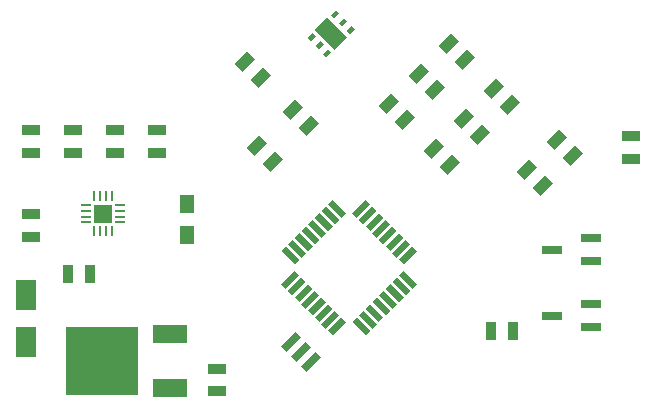
<source format=gtp>
G04 #@! TF.FileFunction,Paste,Top*
%FSLAX46Y46*%
G04 Gerber Fmt 4.6, Leading zero omitted, Abs format (unit mm)*
G04 Created by KiCad (PCBNEW 4.0.7+dfsg1-1~bpo9+1) date Thu Mar 15 23:06:16 2018*
%MOMM*%
%LPD*%
G01*
G04 APERTURE LIST*
%ADD10C,0.100000*%
%ADD11R,1.500000X0.970000*%
%ADD12R,0.970000X1.500000*%
%ADD13R,1.800000X0.800000*%
%ADD14R,1.200000X1.500000*%
%ADD15R,3.000000X1.600000*%
%ADD16R,6.200000X5.800000*%
%ADD17R,0.850000X0.280000*%
%ADD18R,0.280000X0.850000*%
%ADD19R,1.650000X1.650000*%
%ADD20R,1.800000X2.500000*%
G04 APERTURE END LIST*
D10*
D11*
X164592000Y-47813000D03*
X164592000Y-49723000D03*
X120904000Y-49215000D03*
X120904000Y-47305000D03*
X113792000Y-54417000D03*
X113792000Y-56327000D03*
X113792000Y-49215000D03*
X113792000Y-47305000D03*
X117348000Y-49215000D03*
X117348000Y-47305000D03*
D12*
X118811000Y-59436000D03*
X116901000Y-59436000D03*
D10*
G36*
X150138564Y-50017904D02*
X149077904Y-51078564D01*
X148392010Y-50392670D01*
X149452670Y-49332010D01*
X150138564Y-50017904D01*
X150138564Y-50017904D01*
G37*
G36*
X148787990Y-48667330D02*
X147727330Y-49727990D01*
X147041436Y-49042096D01*
X148102096Y-47981436D01*
X148787990Y-48667330D01*
X148787990Y-48667330D01*
G37*
G36*
X145771436Y-42692096D02*
X146832096Y-41631436D01*
X147517990Y-42317330D01*
X146457330Y-43377990D01*
X145771436Y-42692096D01*
X145771436Y-42692096D01*
G37*
G36*
X147122010Y-44042670D02*
X148182670Y-42982010D01*
X148868564Y-43667904D01*
X147807904Y-44728564D01*
X147122010Y-44042670D01*
X147122010Y-44042670D01*
G37*
G36*
X134136564Y-42651904D02*
X133075904Y-43712564D01*
X132390010Y-43026670D01*
X133450670Y-41966010D01*
X134136564Y-42651904D01*
X134136564Y-42651904D01*
G37*
G36*
X132785990Y-41301330D02*
X131725330Y-42361990D01*
X131039436Y-41676096D01*
X132100096Y-40615436D01*
X132785990Y-41301330D01*
X132785990Y-41301330D01*
G37*
D13*
X161162000Y-58354000D03*
X161162000Y-56454000D03*
X157862000Y-57404000D03*
X161162000Y-63942000D03*
X161162000Y-62042000D03*
X157862000Y-62992000D03*
D14*
X127000000Y-53514000D03*
X127000000Y-56214000D03*
D15*
X125516000Y-69112400D03*
X125516000Y-64542400D03*
D16*
X119836000Y-66827400D03*
D10*
G36*
X157455436Y-48280096D02*
X158516096Y-47219436D01*
X159201990Y-47905330D01*
X158141330Y-48965990D01*
X157455436Y-48280096D01*
X157455436Y-48280096D01*
G37*
G36*
X158806010Y-49630670D02*
X159866670Y-48570010D01*
X160552564Y-49255904D01*
X159491904Y-50316564D01*
X158806010Y-49630670D01*
X158806010Y-49630670D01*
G37*
G36*
X135103436Y-45740096D02*
X136164096Y-44679436D01*
X136849990Y-45365330D01*
X135789330Y-46425990D01*
X135103436Y-45740096D01*
X135103436Y-45740096D01*
G37*
G36*
X136454010Y-47090670D02*
X137514670Y-46030010D01*
X138200564Y-46715904D01*
X137139904Y-47776564D01*
X136454010Y-47090670D01*
X136454010Y-47090670D01*
G37*
D12*
X152715000Y-64262000D03*
X154625000Y-64262000D03*
D11*
X129540000Y-69408000D03*
X129540000Y-67498000D03*
X124460000Y-47305000D03*
X124460000Y-49215000D03*
D10*
G36*
X155218564Y-44937904D02*
X154157904Y-45998564D01*
X153472010Y-45312670D01*
X154532670Y-44252010D01*
X155218564Y-44937904D01*
X155218564Y-44937904D01*
G37*
G36*
X153867990Y-43587330D02*
X152807330Y-44647990D01*
X152121436Y-43962096D01*
X153182096Y-42901436D01*
X153867990Y-43587330D01*
X153867990Y-43587330D01*
G37*
G36*
X151408564Y-41127904D02*
X150347904Y-42188564D01*
X149662010Y-41502670D01*
X150722670Y-40442010D01*
X151408564Y-41127904D01*
X151408564Y-41127904D01*
G37*
G36*
X150057990Y-39777330D02*
X148997330Y-40837990D01*
X148311436Y-40152096D01*
X149372096Y-39091436D01*
X150057990Y-39777330D01*
X150057990Y-39777330D01*
G37*
G36*
X152678564Y-47477904D02*
X151617904Y-48538564D01*
X150932010Y-47852670D01*
X151992670Y-46792010D01*
X152678564Y-47477904D01*
X152678564Y-47477904D01*
G37*
G36*
X151327990Y-46127330D02*
X150267330Y-47187990D01*
X149581436Y-46502096D01*
X150642096Y-45441436D01*
X151327990Y-46127330D01*
X151327990Y-46127330D01*
G37*
G36*
X143231436Y-45232096D02*
X144292096Y-44171436D01*
X144977990Y-44857330D01*
X143917330Y-45917990D01*
X143231436Y-45232096D01*
X143231436Y-45232096D01*
G37*
G36*
X144582010Y-46582670D02*
X145642670Y-45522010D01*
X146328564Y-46207904D01*
X145267904Y-47268564D01*
X144582010Y-46582670D01*
X144582010Y-46582670D01*
G37*
G36*
X132055436Y-48788096D02*
X133116096Y-47727436D01*
X133801990Y-48413330D01*
X132741330Y-49473990D01*
X132055436Y-48788096D01*
X132055436Y-48788096D01*
G37*
G36*
X133406010Y-50138670D02*
X134466670Y-49078010D01*
X135152564Y-49763904D01*
X134091904Y-50824564D01*
X133406010Y-50138670D01*
X133406010Y-50138670D01*
G37*
G36*
X135359666Y-60713445D02*
X134970757Y-60324536D01*
X136102128Y-59193165D01*
X136491037Y-59582074D01*
X135359666Y-60713445D01*
X135359666Y-60713445D01*
G37*
G36*
X135925352Y-61279130D02*
X135536443Y-60890221D01*
X136667814Y-59758850D01*
X137056723Y-60147759D01*
X135925352Y-61279130D01*
X135925352Y-61279130D01*
G37*
G36*
X136491037Y-61844816D02*
X136102128Y-61455907D01*
X137233499Y-60324536D01*
X137622408Y-60713445D01*
X136491037Y-61844816D01*
X136491037Y-61844816D01*
G37*
G36*
X137056722Y-62410501D02*
X136667813Y-62021592D01*
X137799184Y-60890221D01*
X138188093Y-61279130D01*
X137056722Y-62410501D01*
X137056722Y-62410501D01*
G37*
G36*
X137622408Y-62976187D02*
X137233499Y-62587278D01*
X138364870Y-61455907D01*
X138753779Y-61844816D01*
X137622408Y-62976187D01*
X137622408Y-62976187D01*
G37*
G36*
X138188093Y-63541872D02*
X137799184Y-63152963D01*
X138930555Y-62021592D01*
X139319464Y-62410501D01*
X138188093Y-63541872D01*
X138188093Y-63541872D01*
G37*
G36*
X138753779Y-64107557D02*
X138364870Y-63718648D01*
X139496241Y-62587277D01*
X139885150Y-62976186D01*
X138753779Y-64107557D01*
X138753779Y-64107557D01*
G37*
G36*
X139319464Y-64673243D02*
X138930555Y-64284334D01*
X140061926Y-63152963D01*
X140450835Y-63541872D01*
X139319464Y-64673243D01*
X139319464Y-64673243D01*
G37*
G36*
X142501445Y-64284334D02*
X142112536Y-64673243D01*
X140981165Y-63541872D01*
X141370074Y-63152963D01*
X142501445Y-64284334D01*
X142501445Y-64284334D01*
G37*
G36*
X143067130Y-63718648D02*
X142678221Y-64107557D01*
X141546850Y-62976186D01*
X141935759Y-62587277D01*
X143067130Y-63718648D01*
X143067130Y-63718648D01*
G37*
G36*
X143632816Y-63152963D02*
X143243907Y-63541872D01*
X142112536Y-62410501D01*
X142501445Y-62021592D01*
X143632816Y-63152963D01*
X143632816Y-63152963D01*
G37*
G36*
X144198501Y-62587278D02*
X143809592Y-62976187D01*
X142678221Y-61844816D01*
X143067130Y-61455907D01*
X144198501Y-62587278D01*
X144198501Y-62587278D01*
G37*
G36*
X144764187Y-62021592D02*
X144375278Y-62410501D01*
X143243907Y-61279130D01*
X143632816Y-60890221D01*
X144764187Y-62021592D01*
X144764187Y-62021592D01*
G37*
G36*
X145329872Y-61455907D02*
X144940963Y-61844816D01*
X143809592Y-60713445D01*
X144198501Y-60324536D01*
X145329872Y-61455907D01*
X145329872Y-61455907D01*
G37*
G36*
X145895557Y-60890221D02*
X145506648Y-61279130D01*
X144375277Y-60147759D01*
X144764186Y-59758850D01*
X145895557Y-60890221D01*
X145895557Y-60890221D01*
G37*
G36*
X146461243Y-60324536D02*
X146072334Y-60713445D01*
X144940963Y-59582074D01*
X145329872Y-59193165D01*
X146461243Y-60324536D01*
X146461243Y-60324536D01*
G37*
G36*
X145329872Y-58662835D02*
X144940963Y-58273926D01*
X146072334Y-57142555D01*
X146461243Y-57531464D01*
X145329872Y-58662835D01*
X145329872Y-58662835D01*
G37*
G36*
X144764186Y-58097150D02*
X144375277Y-57708241D01*
X145506648Y-56576870D01*
X145895557Y-56965779D01*
X144764186Y-58097150D01*
X144764186Y-58097150D01*
G37*
G36*
X144198501Y-57531464D02*
X143809592Y-57142555D01*
X144940963Y-56011184D01*
X145329872Y-56400093D01*
X144198501Y-57531464D01*
X144198501Y-57531464D01*
G37*
G36*
X143632816Y-56965779D02*
X143243907Y-56576870D01*
X144375278Y-55445499D01*
X144764187Y-55834408D01*
X143632816Y-56965779D01*
X143632816Y-56965779D01*
G37*
G36*
X143067130Y-56400093D02*
X142678221Y-56011184D01*
X143809592Y-54879813D01*
X144198501Y-55268722D01*
X143067130Y-56400093D01*
X143067130Y-56400093D01*
G37*
G36*
X142501445Y-55834408D02*
X142112536Y-55445499D01*
X143243907Y-54314128D01*
X143632816Y-54703037D01*
X142501445Y-55834408D01*
X142501445Y-55834408D01*
G37*
G36*
X141935759Y-55268723D02*
X141546850Y-54879814D01*
X142678221Y-53748443D01*
X143067130Y-54137352D01*
X141935759Y-55268723D01*
X141935759Y-55268723D01*
G37*
G36*
X141370074Y-54703037D02*
X140981165Y-54314128D01*
X142112536Y-53182757D01*
X142501445Y-53571666D01*
X141370074Y-54703037D01*
X141370074Y-54703037D01*
G37*
G36*
X140450835Y-54314128D02*
X140061926Y-54703037D01*
X138930555Y-53571666D01*
X139319464Y-53182757D01*
X140450835Y-54314128D01*
X140450835Y-54314128D01*
G37*
G36*
X139885150Y-54879814D02*
X139496241Y-55268723D01*
X138364870Y-54137352D01*
X138753779Y-53748443D01*
X139885150Y-54879814D01*
X139885150Y-54879814D01*
G37*
G36*
X139319464Y-55445499D02*
X138930555Y-55834408D01*
X137799184Y-54703037D01*
X138188093Y-54314128D01*
X139319464Y-55445499D01*
X139319464Y-55445499D01*
G37*
G36*
X138753779Y-56011184D02*
X138364870Y-56400093D01*
X137233499Y-55268722D01*
X137622408Y-54879813D01*
X138753779Y-56011184D01*
X138753779Y-56011184D01*
G37*
G36*
X138188093Y-56576870D02*
X137799184Y-56965779D01*
X136667813Y-55834408D01*
X137056722Y-55445499D01*
X138188093Y-56576870D01*
X138188093Y-56576870D01*
G37*
G36*
X137622408Y-57142555D02*
X137233499Y-57531464D01*
X136102128Y-56400093D01*
X136491037Y-56011184D01*
X137622408Y-57142555D01*
X137622408Y-57142555D01*
G37*
G36*
X137056723Y-57708241D02*
X136667814Y-58097150D01*
X135536443Y-56965779D01*
X135925352Y-56576870D01*
X137056723Y-57708241D01*
X137056723Y-57708241D01*
G37*
G36*
X136491037Y-58273926D02*
X136102128Y-58662835D01*
X134970757Y-57531464D01*
X135359666Y-57142555D01*
X136491037Y-58273926D01*
X136491037Y-58273926D01*
G37*
D17*
X121363000Y-55106000D03*
X121363000Y-54606000D03*
X121363000Y-54106000D03*
X121363000Y-53606000D03*
D18*
X120638000Y-52881000D03*
X120138000Y-52881000D03*
X119638000Y-52881000D03*
X119138000Y-52881000D03*
D17*
X118413000Y-53606000D03*
X118413000Y-54106000D03*
X118413000Y-54606000D03*
X118413000Y-55106000D03*
D18*
X119138000Y-55831000D03*
X119638000Y-55831000D03*
X120138000Y-55831000D03*
X120638000Y-55831000D03*
D19*
X119888000Y-54356000D03*
D10*
G36*
X138873802Y-37737142D02*
X140570858Y-39434198D01*
X139510198Y-40494858D01*
X137813142Y-38797802D01*
X138873802Y-37737142D01*
X138873802Y-37737142D01*
G37*
G36*
X140924412Y-38444249D02*
X141207254Y-38727091D01*
X140782990Y-39151355D01*
X140500148Y-38868513D01*
X140924412Y-38444249D01*
X140924412Y-38444249D01*
G37*
G36*
X140252660Y-37772498D02*
X140535502Y-38055340D01*
X140111238Y-38479604D01*
X139828396Y-38196762D01*
X140252660Y-37772498D01*
X140252660Y-37772498D01*
G37*
G36*
X139580909Y-37100746D02*
X139863751Y-37383588D01*
X139439487Y-37807852D01*
X139156645Y-37525010D01*
X139580909Y-37100746D01*
X139580909Y-37100746D01*
G37*
G36*
X137601010Y-39080645D02*
X137883852Y-39363487D01*
X137459588Y-39787751D01*
X137176746Y-39504909D01*
X137601010Y-39080645D01*
X137601010Y-39080645D01*
G37*
G36*
X138272762Y-39752396D02*
X138555604Y-40035238D01*
X138131340Y-40459502D01*
X137848498Y-40176660D01*
X138272762Y-39752396D01*
X138272762Y-39752396D01*
G37*
G36*
X138944513Y-40424148D02*
X139227355Y-40706990D01*
X138803091Y-41131254D01*
X138520249Y-40848412D01*
X138944513Y-40424148D01*
X138944513Y-40424148D01*
G37*
G36*
X134954944Y-65545025D02*
X136157025Y-64342944D01*
X136652000Y-64837919D01*
X135449919Y-66040000D01*
X134954944Y-65545025D01*
X134954944Y-65545025D01*
G37*
G36*
X135803472Y-66393553D02*
X137005553Y-65191472D01*
X137500528Y-65686447D01*
X136298447Y-66888528D01*
X135803472Y-66393553D01*
X135803472Y-66393553D01*
G37*
G36*
X136652000Y-67242081D02*
X137854081Y-66040000D01*
X138349056Y-66534975D01*
X137146975Y-67737056D01*
X136652000Y-67242081D01*
X136652000Y-67242081D01*
G37*
G36*
X154915436Y-50820096D02*
X155976096Y-49759436D01*
X156661990Y-50445330D01*
X155601330Y-51505990D01*
X154915436Y-50820096D01*
X154915436Y-50820096D01*
G37*
G36*
X156266010Y-52170670D02*
X157326670Y-51110010D01*
X158012564Y-51795904D01*
X156951904Y-52856564D01*
X156266010Y-52170670D01*
X156266010Y-52170670D01*
G37*
D20*
X113385600Y-61246000D03*
X113385600Y-65246000D03*
M02*

</source>
